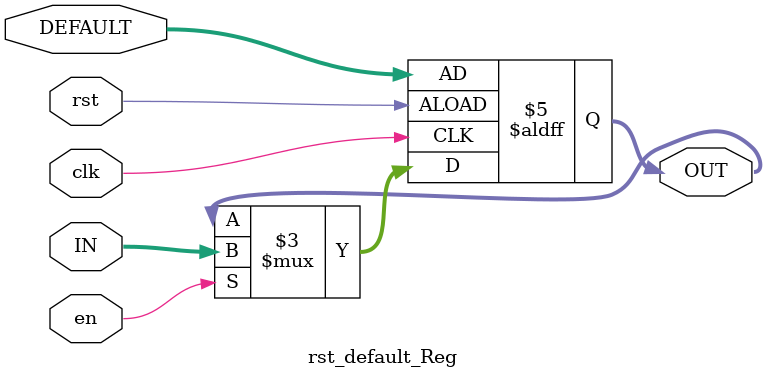
<source format=v>
module rst_default_Reg #(parameter WIDTH = 32) (clk, rst, en, DEFAULT, IN, OUT);
    input clk, rst, en;
    input [WIDTH-1:0] DEFAULT, IN;
    output reg [WIDTH-1:0] OUT;

    always @(posedge clk, negedge rst) begin
        if (~rst)
            OUT <= DEFAULT;
        else if (en)
            OUT <= IN;
    end
endmodule
</source>
